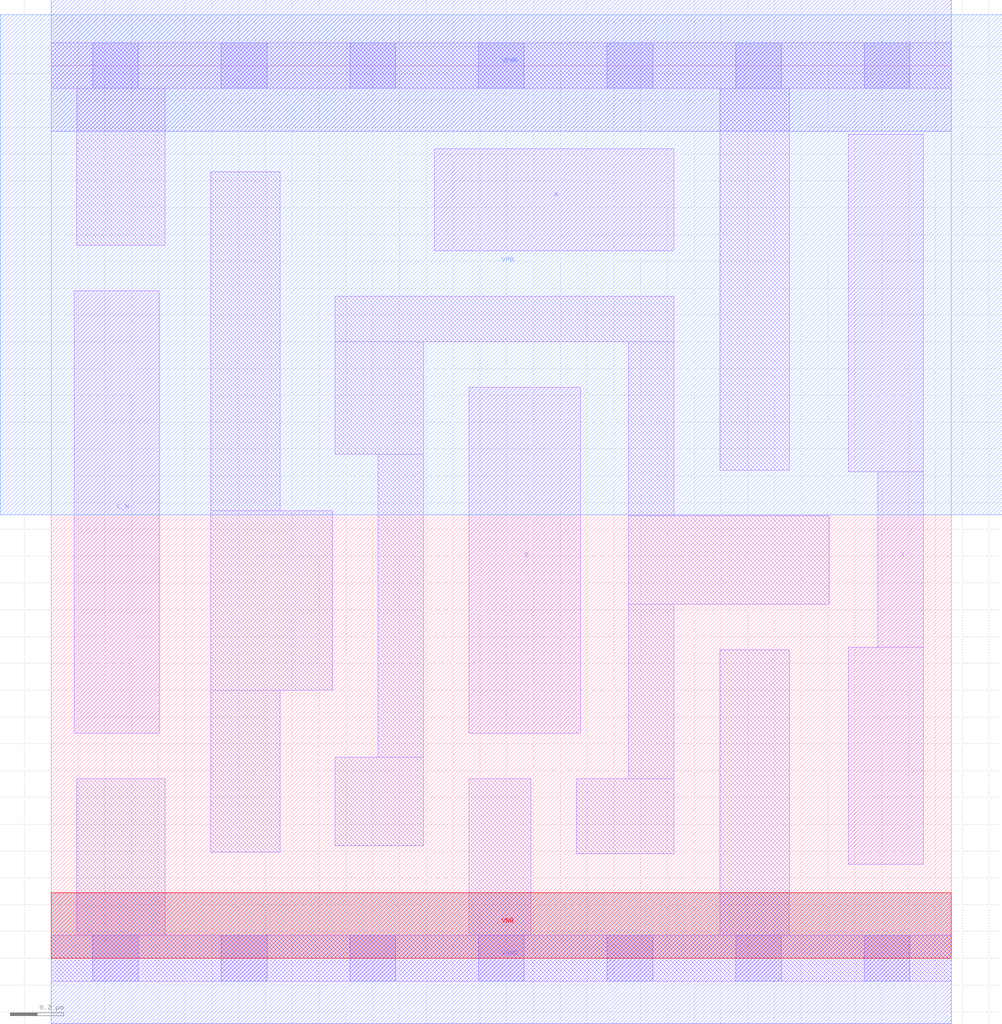
<source format=lef>
# Copyright 2020 The SkyWater PDK Authors
#
# Licensed under the Apache License, Version 2.0 (the "License");
# you may not use this file except in compliance with the License.
# You may obtain a copy of the License at
#
#     https://www.apache.org/licenses/LICENSE-2.0
#
# Unless required by applicable law or agreed to in writing, software
# distributed under the License is distributed on an "AS IS" BASIS,
# WITHOUT WARRANTIES OR CONDITIONS OF ANY KIND, either express or implied.
# See the License for the specific language governing permissions and
# limitations under the License.
#
# SPDX-License-Identifier: Apache-2.0

VERSION 5.7 ;
  NOWIREEXTENSIONATPIN ON ;
  DIVIDERCHAR "/" ;
  BUSBITCHARS "[]" ;
MACRO sky130_fd_sc_lp__or3b_1
  CLASS CORE ;
  FOREIGN sky130_fd_sc_lp__or3b_1 ;
  ORIGIN  0.000000  0.000000 ;
  SIZE  3.360000 BY  3.330000 ;
  SYMMETRY X Y R90 ;
  SITE unit ;
  PIN A
    ANTENNAGATEAREA  0.126000 ;
    DIRECTION INPUT ;
    USE SIGNAL ;
    PORT
      LAYER li1 ;
        RECT 1.430000 2.640000 2.325000 3.020000 ;
    END
  END A
  PIN B
    ANTENNAGATEAREA  0.126000 ;
    DIRECTION INPUT ;
    USE SIGNAL ;
    PORT
      LAYER li1 ;
        RECT 1.560000 0.840000 1.975000 2.130000 ;
    END
  END B
  PIN C_N
    ANTENNAGATEAREA  0.126000 ;
    DIRECTION INPUT ;
    USE SIGNAL ;
    PORT
      LAYER li1 ;
        RECT 0.085000 0.840000 0.405000 2.490000 ;
    END
  END C_N
  PIN X
    ANTENNADIFFAREA  0.556500 ;
    DIRECTION OUTPUT ;
    USE SIGNAL ;
    PORT
      LAYER li1 ;
        RECT 2.975000 0.350000 3.255000 1.160000 ;
        RECT 2.975000 1.815000 3.255000 3.075000 ;
        RECT 3.085000 1.160000 3.255000 1.815000 ;
    END
  END X
  PIN VGND
    DIRECTION INOUT ;
    USE GROUND ;
    PORT
      LAYER met1 ;
        RECT 0.000000 -0.245000 3.360000 0.245000 ;
    END
  END VGND
  PIN VNB
    DIRECTION INOUT ;
    USE GROUND ;
    PORT
      LAYER pwell ;
        RECT 0.000000 0.000000 3.360000 0.245000 ;
    END
  END VNB
  PIN VPB
    DIRECTION INOUT ;
    USE POWER ;
    PORT
      LAYER nwell ;
        RECT -0.190000 1.655000 3.550000 3.520000 ;
    END
  END VPB
  PIN VPWR
    DIRECTION INOUT ;
    USE POWER ;
    PORT
      LAYER met1 ;
        RECT 0.000000 3.085000 3.360000 3.575000 ;
    END
  END VPWR
  OBS
    LAYER li1 ;
      RECT 0.000000 -0.085000 3.360000 0.085000 ;
      RECT 0.000000  3.245000 3.360000 3.415000 ;
      RECT 0.095000  0.085000 0.425000 0.670000 ;
      RECT 0.095000  2.660000 0.425000 3.245000 ;
      RECT 0.595000  0.395000 0.855000 1.000000 ;
      RECT 0.595000  1.000000 1.050000 1.670000 ;
      RECT 0.595000  1.670000 0.855000 2.935000 ;
      RECT 1.060000  0.420000 1.390000 0.750000 ;
      RECT 1.060000  1.880000 1.390000 2.300000 ;
      RECT 1.060000  2.300000 2.325000 2.470000 ;
      RECT 1.220000  0.750000 1.390000 1.880000 ;
      RECT 1.560000  0.085000 1.790000 0.670000 ;
      RECT 1.960000  0.390000 2.325000 0.670000 ;
      RECT 2.155000  0.670000 2.325000 1.320000 ;
      RECT 2.155000  1.320000 2.905000 1.650000 ;
      RECT 2.155000  1.650000 2.325000 2.300000 ;
      RECT 2.495000  0.085000 2.755000 1.150000 ;
      RECT 2.495000  1.820000 2.755000 3.245000 ;
    LAYER mcon ;
      RECT 0.155000 -0.085000 0.325000 0.085000 ;
      RECT 0.155000  3.245000 0.325000 3.415000 ;
      RECT 0.635000 -0.085000 0.805000 0.085000 ;
      RECT 0.635000  3.245000 0.805000 3.415000 ;
      RECT 1.115000 -0.085000 1.285000 0.085000 ;
      RECT 1.115000  3.245000 1.285000 3.415000 ;
      RECT 1.595000 -0.085000 1.765000 0.085000 ;
      RECT 1.595000  3.245000 1.765000 3.415000 ;
      RECT 2.075000 -0.085000 2.245000 0.085000 ;
      RECT 2.075000  3.245000 2.245000 3.415000 ;
      RECT 2.555000 -0.085000 2.725000 0.085000 ;
      RECT 2.555000  3.245000 2.725000 3.415000 ;
      RECT 3.035000 -0.085000 3.205000 0.085000 ;
      RECT 3.035000  3.245000 3.205000 3.415000 ;
  END
END sky130_fd_sc_lp__or3b_1
END LIBRARY

</source>
